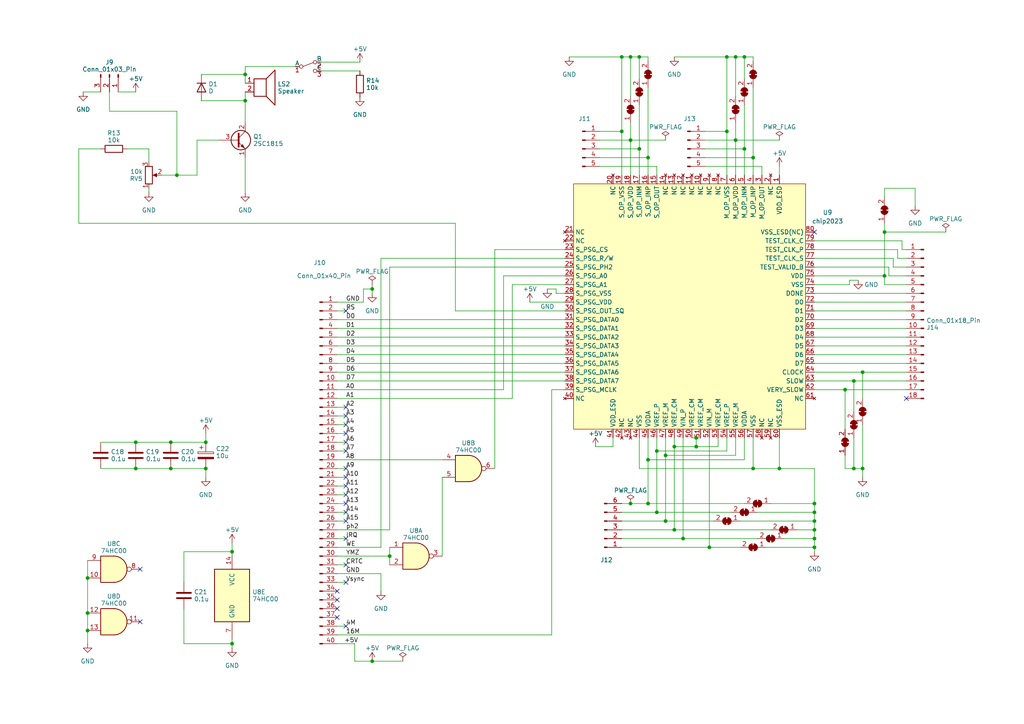
<source format=kicad_sch>
(kicad_sch (version 20250114) (generator "eeschema") (generator_version "9.0")
  (paper "A4")
  (lib_symbols
    (symbol "74xx:74HC00" (pin_names (offset 1.016))
      (property "Reference" "U" (at 0 1.27 0))
      (property "Value" "74HC00" (at 0 -1.27 0))
      (symbol "74HC00_1_1"
        (pin input line (at -7.62 2.54 0) (length 3.81) (name "~") (number "1"))
        (pin input line (at -7.62 -2.54 0) (length 3.81) (name "~") (number "2"))
        (pin output inverted (at 7.62 0 180) (length 3.81) (name "~") (number "3"))
      )
      (symbol "74HC00_1_2"
        (pin input inverted (at -7.62 2.54 0) (length 4.318) (name "~") (number "1"))
        (pin input inverted (at -7.62 -2.54 0) (length 4.318) (name "~") (number "2"))
        (pin output line (at 7.62 0 180) (length 3.81) (name "~") (number "3"))
      )
      (symbol "74HC00_2_1"
        (pin input line (at -7.62 2.54 0) (length 3.81) (name "~") (number "4"))
        (pin input line (at -7.62 -2.54 0) (length 3.81) (name "~") (number "5"))
        (pin output inverted (at 7.62 0 180) (length 3.81) (name "~") (number "6"))
      )
      (symbol "74HC00_2_2"
        (pin input inverted (at -7.62 2.54 0) (length 4.318) (name "~") (number "4"))
        (pin input inverted (at -7.62 -2.54 0) (length 4.318) (name "~") (number "5"))
        (pin output line (at 7.62 0 180) (length 3.81) (name "~") (number "6"))
      )
      (symbol "74HC00_3_1"
        (pin input line (at -7.62 2.54 0) (length 3.81) (name "~") (number "9"))
        (pin input line (at -7.62 -2.54 0) (length 3.81) (name "~") (number "10"))
        (pin output inverted (at 7.62 0 180) (length 3.81) (name "~") (number "8"))
      )
      (symbol "74HC00_3_2"
        (pin input inverted (at -7.62 2.54 0) (length 4.318) (name "~") (number "9"))
        (pin input inverted (at -7.62 -2.54 0) (length 4.318) (name "~") (number "10"))
        (pin output line (at 7.62 0 180) (length 3.81) (name "~") (number "8"))
      )
      (symbol "74HC00_4_1"
        (pin input line (at -7.62 2.54 0) (length 3.81) (name "~") (number "12"))
        (pin input line (at -7.62 -2.54 0) (length 3.81) (name "~") (number "13"))
        (pin output inverted (at 7.62 0 180) (length 3.81) (name "~") (number "11"))
      )
      (symbol "74HC00_4_2"
        (pin input inverted (at -7.62 2.54 0) (length 4.318) (name "~") (number "12"))
        (pin input inverted (at -7.62 -2.54 0) (length 4.318) (name "~") (number "13"))
        (pin output line (at 7.62 0 180) (length 3.81) (name "~") (number "11"))
      )
      (symbol "74HC00_5_0"
        (pin power_in line (at 0 12.7 270) (length 5.08) (name "VCC") (number "14"))
        (pin power_in line (at 0 -12.7 90) (length 5.08) (name "GND") (number "7"))
      )
    )
    (symbol "Connector:Conn_01x03_Pin" (pin_names (offset 1.016) (hide yes))
      (property "Reference" "J" (at 0 5.08 0))
      (property "Value" "Conn_01x03_Pin" (at 0 -5.08 0))
      (symbol "Conn_01x03_Pin_1_1"
        (pin passive line (at 5.08 2.54 180) (length 3.81) (name "Pin_1") (number "1"))
        (pin passive line (at 5.08 0 180) (length 3.81) (name "Pin_2") (number "2"))
        (pin passive line (at 5.08 -2.54 180) (length 3.81) (name "Pin_3") (number "3"))
      )
    )
    (symbol "Connector:Conn_01x05_Pin" (pin_names (offset 1.016) (hide yes))
      (property "Reference" "J" (at 0 7.62 0))
      (property "Value" "Conn_01x05_Pin" (at 0 -7.62 0))
      (symbol "Conn_01x05_Pin_1_1"
        (pin passive line (at 5.08 5.08 180) (length 3.81) (name "Pin_1") (number "1"))
        (pin passive line (at 5.08 2.54 180) (length 3.81) (name "Pin_2") (number "2"))
        (pin passive line (at 5.08 0 180) (length 3.81) (name "Pin_3") (number "3"))
        (pin passive line (at 5.08 -2.54 180) (length 3.81) (name "Pin_4") (number "4"))
        (pin passive line (at 5.08 -5.08 180) (length 3.81) (name "Pin_5") (number "5"))
      )
    )
    (symbol "Connector:Conn_01x06_Pin" (pin_names (offset 1.016) (hide yes))
      (property "Reference" "J" (at 0 7.62 0))
      (property "Value" "Conn_01x06_Pin" (at 0 -10.16 0))
      (symbol "Conn_01x06_Pin_1_1"
        (pin passive line (at 5.08 5.08 180) (length 3.81) (name "Pin_1") (number "1"))
        (pin passive line (at 5.08 2.54 180) (length 3.81) (name "Pin_2") (number "2"))
        (pin passive line (at 5.08 0 180) (length 3.81) (name "Pin_3") (number "3"))
        (pin passive line (at 5.08 -2.54 180) (length 3.81) (name "Pin_4") (number "4"))
        (pin passive line (at 5.08 -5.08 180) (length 3.81) (name "Pin_5") (number "5"))
        (pin passive line (at 5.08 -7.62 180) (length 3.81) (name "Pin_6") (number "6"))
      )
    )
    (symbol "Connector:Conn_01x18_Pin" (pin_names (offset 1.016) (hide yes))
      (property "Reference" "J" (at 0 22.86 0))
      (property "Value" "Conn_01x18_Pin" (at 0 -25.4 0))
      (symbol "Conn_01x18_Pin_1_1"
        (pin passive line (at 5.08 20.32 180) (length 3.81) (name "Pin_1") (number "1"))
        (pin passive line (at 5.08 17.78 180) (length 3.81) (name "Pin_2") (number "2"))
        (pin passive line (at 5.08 15.24 180) (length 3.81) (name "Pin_3") (number "3"))
        (pin passive line (at 5.08 12.7 180) (length 3.81) (name "Pin_4") (number "4"))
        (pin passive line (at 5.08 10.16 180) (length 3.81) (name "Pin_5") (number "5"))
        (pin passive line (at 5.08 7.62 180) (length 3.81) (name "Pin_6") (number "6"))
        (pin passive line (at 5.08 5.08 180) (length 3.81) (name "Pin_7") (number "7"))
        (pin passive line (at 5.08 2.54 180) (length 3.81) (name "Pin_8") (number "8"))
        (pin passive line (at 5.08 0 180) (length 3.81) (name "Pin_9") (number "9"))
        (pin passive line (at 5.08 -2.54 180) (length 3.81) (name "Pin_10") (number "10"))
        (pin passive line (at 5.08 -5.08 180) (length 3.81) (name "Pin_11") (number "11"))
        (pin passive line (at 5.08 -7.62 180) (length 3.81) (name "Pin_12") (number "12"))
        (pin passive line (at 5.08 -10.16 180) (length 3.81) (name "Pin_13") (number "13"))
        (pin passive line (at 5.08 -12.7 180) (length 3.81) (name "Pin_14") (number "14"))
        (pin passive line (at 5.08 -15.24 180) (length 3.81) (name "Pin_15") (number "15"))
        (pin passive line (at 5.08 -17.78 180) (length 3.81) (name "Pin_16") (number "16"))
        (pin passive line (at 5.08 -20.32 180) (length 3.81) (name "Pin_17") (number "17"))
        (pin passive line (at 5.08 -22.86 180) (length 3.81) (name "Pin_18") (number "18"))
      )
    )
    (symbol "Connector:Conn_01x40_Pin" (pin_names (offset 1.016) (hide yes))
      (property "Reference" "J" (at 0 50.8 0))
      (property "Value" "Conn_01x40_Pin" (at 0 -53.34 0))
      (symbol "Conn_01x40_Pin_1_1"
        (pin passive line (at 5.08 48.26 180) (length 3.81) (name "Pin_1") (number "1"))
        (pin passive line (at 5.08 45.72 180) (length 3.81) (name "Pin_2") (number "2"))
        (pin passive line (at 5.08 43.18 180) (length 3.81) (name "Pin_3") (number "3"))
        (pin passive line (at 5.08 40.64 180) (length 3.81) (name "Pin_4") (number "4"))
        (pin passive line (at 5.08 38.1 180) (length 3.81) (name "Pin_5") (number "5"))
        (pin passive line (at 5.08 35.56 180) (length 3.81) (name "Pin_6") (number "6"))
        (pin passive line (at 5.08 33.02 180) (length 3.81) (name "Pin_7") (number "7"))
        (pin passive line (at 5.08 30.48 180) (length 3.81) (name "Pin_8") (number "8"))
        (pin passive line (at 5.08 27.94 180) (length 3.81) (name "Pin_9") (number "9"))
        (pin passive line (at 5.08 25.4 180) (length 3.81) (name "Pin_10") (number "10"))
        (pin passive line (at 5.08 22.86 180) (length 3.81) (name "Pin_11") (number "11"))
        (pin passive line (at 5.08 20.32 180) (length 3.81) (name "Pin_12") (number "12"))
        (pin passive line (at 5.08 17.78 180) (length 3.81) (name "Pin_13") (number "13"))
        (pin passive line (at 5.08 15.24 180) (length 3.81) (name "Pin_14") (number "14"))
        (pin passive line (at 5.08 12.7 180) (length 3.81) (name "Pin_15") (number "15"))
        (pin passive line (at 5.08 10.16 180) (length 3.81) (name "Pin_16") (number "16"))
        (pin passive line (at 5.08 7.62 180) (length 3.81) (name "Pin_17") (number "17"))
        (pin passive line (at 5.08 5.08 180) (length 3.81) (name "Pin_18") (number "18"))
        (pin passive line (at 5.08 2.54 180) (length 3.81) (name "Pin_19") (number "19"))
        (pin passive line (at 5.08 0 180) (length 3.81) (name "Pin_20") (number "20"))
        (pin passive line (at 5.08 -2.54 180) (length 3.81) (name "Pin_21") (number "21"))
        (pin passive line (at 5.08 -5.08 180) (length 3.81) (name "Pin_22") (number "22"))
        (pin passive line (at 5.08 -7.62 180) (length 3.81) (name "Pin_23") (number "23"))
        (pin passive line (at 5.08 -10.16 180) (length 3.81) (name "Pin_24") (number "24"))
        (pin passive line (at 5.08 -12.7 180) (length 3.81) (name "Pin_25") (number "25"))
        (pin passive line (at 5.08 -15.24 180) (length 3.81) (name "Pin_26") (number "26"))
        (pin passive line (at 5.08 -17.78 180) (length 3.81) (name "Pin_27") (number "27"))
        (pin passive line (at 5.08 -20.32 180) (length 3.81) (name "Pin_28") (number "28"))
        (pin passive line (at 5.08 -22.86 180) (length 3.81) (name "Pin_29") (number "29"))
        (pin passive line (at 5.08 -25.4 180) (length 3.81) (name "Pin_30") (number "30"))
        (pin passive line (at 5.08 -27.94 180) (length 3.81) (name "Pin_31") (number "31"))
        (pin passive line (at 5.08 -30.48 180) (length 3.81) (name "Pin_32") (number "32"))
        (pin passive line (at 5.08 -33.02 180) (length 3.81) (name "Pin_33") (number "33"))
        (pin passive line (at 5.08 -35.56 180) (length 3.81) (name "Pin_34") (number "34"))
        (pin passive line (at 5.08 -38.1 180) (length 3.81) (name "Pin_35") (number "35"))
        (pin passive line (at 5.08 -40.64 180) (length 3.81) (name "Pin_36") (number "36"))
        (pin passive line (at 5.08 -43.18 180) (length 3.81) (name "Pin_37") (number "37"))
        (pin passive line (at 5.08 -45.72 180) (length 3.81) (name "Pin_38") (number "38"))
        (pin passive line (at 5.08 -48.26 180) (length 3.81) (name "Pin_39") (number "39"))
        (pin passive line (at 5.08 -50.8 180) (length 3.81) (name "Pin_40") (number "40"))
      )
    )
    (symbol "Device:C" (pin_numbers (hide yes)) (pin_names (offset 0.254))
      (property "Reference" "C" (at 0.635 2.54 0))
      (property "Value" "C" (at 0.635 -2.54 0))
      (symbol "C_1_1"
        (pin passive line (at 0 3.81 270) (length 2.794) (name "~") (number "1"))
        (pin passive line (at 0 -3.81 90) (length 2.794) (name "~") (number "2"))
      )
    )
    (symbol "Device:C_Polarized" (pin_numbers (hide yes)) (pin_names (offset 0.254))
      (property "Reference" "C" (at 0.635 2.54 0))
      (property "Value" "C_Polarized" (at 0.635 -2.54 0))
      (symbol "C_Polarized_1_1"
        (pin passive line (at 0 3.81 270) (length 2.794) (name "~") (number "1"))
        (pin passive line (at 0 -3.81 90) (length 2.794) (name "~") (number "2"))
      )
    )
    (symbol "Device:D" (pin_numbers (hide yes)) (pin_names (offset 1.016) (hide yes))
      (property "Reference" "D" (at 0 2.54 0))
      (property "Value" "D" (at 0 -2.54 0))
      (symbol "D_1_1"
        (pin passive line (at -3.81 0 0) (length 2.54) (name "K") (number "1"))
        (pin passive line (at 3.81 0 180) (length 2.54) (name "A") (number "2"))
      )
    )
    (symbol "Device:R" (pin_numbers (hide yes)) (pin_names (offset 0))
      (property "Reference" "R" (at 2.032 0 90))
      (property "Value" "R" (at 0 0 90))
      (symbol "R_1_1"
        (pin passive line (at 0 3.81 270) (length 1.27) (name "~") (number "1"))
        (pin passive line (at 0 -3.81 90) (length 1.27) (name "~") (number "2"))
      )
    )
    (symbol "Device:R_Potentiometer" (pin_names (offset 1.016) (hide yes))
      (property "Reference" "RV" (at -4.445 0 90))
      (property "Value" "R_Potentiometer" (at -2.54 0 90))
      (symbol "R_Potentiometer_1_1"
        (pin passive line (at 0 3.81 270) (length 1.27) (name "1") (number "1"))
        (pin passive line (at 0 -3.81 90) (length 1.27) (name "3") (number "3"))
        (pin passive line (at 3.81 0 180) (length 1.27) (name "2") (number "2"))
      )
    )
    (symbol "Device:Speaker" (pin_names (offset 0) (hide yes))
      (property "Reference" "LS" (at 1.27 5.715 0))
      (property "Value" "Speaker" (at 1.27 3.81 0))
      (symbol "Speaker_1_1"
        (pin input line (at -5.08 0 0) (length 2.54) (name "1") (number "1"))
        (pin input line (at -5.08 -2.54 0) (length 2.54) (name "2") (number "2"))
      )
    )
    (symbol "Drafting_Symbols:SW_SPDT" (pin_names (offset 0))
      (symbol "SW_SPDT_1_1"
        (pin passive line (at -3.81 0 0) (length 1.25) (name "A") (number "1"))
        (pin passive line (at 3.81 1.27 180) (length 1.25) (name "B") (number "2"))
        (pin passive line (at 3.81 -1.27 180) (length 1.25) (name "C") (number "3"))
      )
    )
    (symbol "Jumper:SolderJumper_2_Bridged" (pin_names (offset 0) (hide yes))
      (property "Reference" "JP" (at 0 2.032 0))
      (property "Value" "SolderJumper_2_Bridged" (at 0 -2.54 0))
      (symbol "SolderJumper_2_Bridged_1_1"
        (pin passive line (at -3.81 0 0) (length 2.54) (name "A") (number "1"))
        (pin passive line (at 3.81 0 180) (length 2.54) (name "B") (number "2"))
      )
    )
    (symbol "Transistor_BJT:2SC1815" (pin_names (offset 0) (hide yes))
      (property "Reference" "Q" (at 5.08 1.905 0))
      (property "Value" "2SC1815" (at 5.08 0 0))
      (symbol "2SC1815_1_1"
        (pin input line (at -5.08 0 0) (length 5.08) (name "B") (number "3"))
        (pin passive line (at 2.54 5.08 270) (length 2.54) (name "C") (number "2"))
        (pin passive line (at 2.54 -5.08 90) (length 2.54) (name "E") (number "1"))
      )
    )
    (symbol "chip2023:chip2023"
      (property "Reference" "U" (at 0 0 0))
      (property "Value" "chip2023" (at 0 0 0))
      (symbol "chip2023_1_1"
        (pin power_in line (at -68.58 -5.08 0) (length 2.54) (name "VDD_ESD") (number "1"))
        (pin no_connect line (at -68.58 -7.62 0) (length 2.54) (name "NC") (number "2"))
        (pin output line (at -68.58 -10.16 0) (length 2.54) (name "M_OP_OUT") (number "3"))
        (pin input line (at -68.58 -12.7 0) (length 2.54) (name "M_OP_INP") (number "4"))
        (pin input line (at -68.58 -15.24 0) (length 2.54) (name "M_OP_INM") (number "5"))
        (pin power_in line (at -68.58 -17.78 0) (length 2.54) (name "M_OP_VDD") (number "6"))
        (pin power_in line (at -68.58 -20.32 0) (length 2.54) (name "M_OP_VSS") (number "7"))
        (pin no_connect line (at -68.58 -22.86 0) (length 2.54) (name "NC") (number "8"))
        (pin no_connect line (at -68.58 -25.4 0) (length 2.54) (name "NC") (number "9"))
        (pin no_connect line (at -68.58 -27.94 0) (length 2.54) (name "NC") (number "10"))
        (pin no_connect line (at -68.58 -30.48 0) (length 2.54) (name "NC") (number "11"))
        (pin no_connect line (at -68.58 -33.02 0) (length 2.54) (name "NC") (number "12"))
        (pin no_connect line (at -68.58 -35.56 0) (length 2.54) (name "NC") (number "13"))
        (pin no_connect line (at -68.58 -38.1 0) (length 2.54) (name "NC") (number "14"))
        (pin output line (at -68.58 -40.64 0) (length 2.54) (name "S_OP_OUT") (number "15"))
        (pin input line (at -68.58 -43.18 0) (length 2.54) (name "S_OP_INP") (number "16"))
        (pin input line (at -68.58 -45.72 0) (length 2.54) (name "S_OP_INM") (number "17"))
        (pin power_in line (at -68.58 -48.26 0) (length 2.54) (name "S_OP_VDD") (number "18"))
        (pin power_in line (at -68.58 -50.8 0) (length 2.54) (name "S_OP_VSS") (number "19"))
        (pin no_connect line (at -68.58 -53.34 0) (length 2.54) (name "NC") (number "20"))
        (pin power_in line (at -52.07 5.08 270) (length 2.54) (name "VSS_ESD(NC)") (number "80"))
        (pin no_connect line (at -52.07 -67.31 90) (length 2.54) (name "NC") (number "21"))
        (pin output line (at -49.53 5.08 270) (length 2.54) (name "TEST_CLK_C") (number "79"))
        (pin no_connect line (at -49.53 -67.31 90) (length 2.54) (name "NC") (number "22"))
        (pin output line (at -46.99 5.08 270) (length 2.54) (name "TEST_CLK_P") (number "78"))
        (pin input line (at -46.99 -67.31 90) (length 2.54) (name "S_PSG_CS") (number "23"))
        (pin output line (at -44.45 5.08 270) (length 2.54) (name "TEST_CLK_S") (number "77"))
        (pin input line (at -44.45 -67.31 90) (length 2.54) (name "S_PSG_R/W") (number "24"))
        (pin output line (at -41.91 5.08 270) (length 2.54) (name "TEST_VALID_B") (number "76"))
        (pin input line (at -41.91 -67.31 90) (length 2.54) (name "S_PSG_PH2") (number "25"))
        (pin power_in line (at -39.37 5.08 270) (length 2.54) (name "VDD") (number "75"))
        (pin input line (at -39.37 -67.31 90) (length 2.54) (name "S_PSG_A0") (number "26"))
        (pin power_in line (at -36.83 5.08 270) (length 2.54) (name "VSS") (number "74"))
        (pin input line (at -36.83 -67.31 90) (length 2.54) (name "S_PSG_A1") (number "27"))
        (pin output line (at -34.29 5.08 270) (length 2.54) (name "DONE") (number "73"))
        (pin input line (at -34.29 -67.31 90) (length 2.54) (name "S_PSG_VSS") (number "28"))
        (pin output line (at -31.75 5.08 270) (length 2.54) (name "D0") (number "72"))
        (pin input line (at -31.75 -67.31 90) (length 2.54) (name "S_PSG_VDD") (number "29"))
        (pin output line (at -29.21 5.08 270) (length 2.54) (name "D1") (number "71"))
        (pin input line (at -29.21 -67.31 90) (length 2.54) (name "S_PSG_OUT_SQ") (number "30"))
        (pin output line (at -26.67 5.08 270) (length 2.54) (name "D2") (number "70"))
        (pin input line (at -26.67 -67.31 90) (length 2.54) (name "S_PSG_DATA0") (number "31"))
        (pin output line (at -24.13 5.08 270) (length 2.54) (name "D3") (number "69"))
        (pin input line (at -24.13 -67.31 90) (length 2.54) (name "S_PSG_DATA1") (number "32"))
        (pin output line (at -21.59 5.08 270) (length 2.54) (name "D4") (number "68"))
        (pin input line (at -21.59 -67.31 90) (length 2.54) (name "S_PSG_DATA2") (number "33"))
        (pin output line (at -19.05 5.08 270) (length 2.54) (name "D5") (number "67"))
        (pin input line (at -19.05 -67.31 90) (length 2.54) (name "S_PSG_DATA3") (number "34"))
        (pin output line (at -16.51 5.08 270) (length 2.54) (name "D6") (number "66"))
        (pin input line (at -16.51 -67.31 90) (length 2.54) (name "S_PSG_DATA4") (number "35"))
        (pin output line (at -13.97 5.08 270) (length 2.54) (name "D7") (number "65"))
        (pin input line (at -13.97 -67.31 90) (length 2.54) (name "S_PSG_DATA5") (number "36"))
        (pin input line (at -11.43 5.08 270) (length 2.54) (name "CLOCK") (number "64"))
        (pin input line (at -11.43 -67.31 90) (length 2.54) (name "S_PSG_DATA6") (number "37"))
        (pin input line (at -8.89 5.08 270) (length 2.54) (name "SLOW") (number "63"))
        (pin input line (at -8.89 -67.31 90) (length 2.54) (name "S_PSG_DATA7") (number "38"))
        (pin input line (at -6.35 5.08 270) (length 2.54) (name "VERY_SLOW") (number "62"))
        (pin input line (at -6.35 -67.31 90) (length 2.54) (name "S_PSG_MCLK") (number "39"))
        (pin no_connect line (at -3.81 5.08 270) (length 2.54) (name "NC") (number "61"))
        (pin no_connect line (at -3.81 -67.31 90) (length 2.54) (name "NC") (number "40"))
        (pin power_in line (at 7.62 -5.08 180) (length 2.54) (name "VSS_ESD") (number "60"))
        (pin no_connect line (at 7.62 -7.62 180) (length 2.54) (name "NC") (number "59"))
        (pin no_connect line (at 7.62 -10.16 180) (length 2.54) (name "NC") (number "58"))
        (pin power_in line (at 7.62 -12.7 180) (length 2.54) (name "VSS") (number "57"))
        (pin power_in line (at 7.62 -15.24 180) (length 2.54) (name "VDDA") (number "56"))
        (pin input line (at 7.62 -17.78 180) (length 2.54) (name "VREF_M") (number "55"))
        (pin input line (at 7.62 -20.32 180) (length 2.54) (name "VREF_P") (number "54"))
        (pin input line (at 7.62 -22.86 180) (length 2.54) (name "VREF_CM") (number "53"))
        (pin input line (at 7.62 -25.4 180) (length 2.54) (name "VIN_M") (number "52"))
        (pin input line (at 7.62 -27.94 180) (length 2.54) (name "VREF_CM") (number "51"))
        (pin input line (at 7.62 -30.48 180) (length 2.54) (name "VREF_CM") (number "50"))
        (pin input line (at 7.62 -33.02 180) (length 2.54) (name "VIN_P") (number "49"))
        (pin input line (at 7.62 -35.56 180) (length 2.54) (name "VREF_CM") (number "48"))
        (pin input line (at 7.62 -38.1 180) (length 2.54) (name "VREF_M") (number "47"))
        (pin input line (at 7.62 -40.64 180) (length 2.54) (name "VREF_P") (number "46"))
        (pin power_in line (at 7.62 -43.18 180) (length 2.54) (name "VDDA") (number "45"))
        (pin power_in line (at 7.62 -45.72 180) (length 2.54) (name "VSS") (number "44"))
        (pin no_connect line (at 7.62 -48.26 180) (length 2.54) (name "NC") (number "43"))
        (pin no_connect line (at 7.62 -50.8 180) (length 2.54) (name "NC") (number "42"))
        (pin power_in line (at 7.62 -53.34 180) (length 2.54) (name "VDD_ESD") (number "41"))
      )
    )
    (symbol "power:+5V" (power) (pin_names (offset 0))
      (property "Value" "+5V" (at 0 3.556 0))
      (symbol "+5V_1_1"
        (pin power_in line (at 0 0 90) (length 0) (hide yes) (name "+5V") (number "1"))
      )
    )
    (symbol "power:GND" (power) (pin_names (offset 0))
      (property "Value" "GND" (at 0 -3.81 0))
      (symbol "GND_1_1"
        (pin power_in line (at 0 0 270) (length 0) (hide yes) (name "GND") (number "1"))
      )
    )
    (symbol "power:PWR_FLAG" (power) (pin_numbers (hide yes)) (pin_names (offset 0) (hide yes))
      (property "Value" "PWR_FLAG" (at 0 3.81 0))
      (symbol "PWR_FLAG_0_0"
        (pin power_out line (at 0 0 90) (length 0) (name "pwr") (number "1"))
      )
    )
  )
  (junction (at 190.5 130.81))
  (junction (at 250.19 135.89))
  (junction (at 113.03 161.29))
  (junction (at 198.12 156.21))
  (junction (at 236.22 156.21))
  (junction (at 59.69 128.27))
  (junction (at 25.4 177.8))
  (junction (at 247.65 135.89))
  (junction (at 201.93 129.54))
  (junction (at 247.65 110.49))
  (junction (at 245.11 113.03))
  (junction (at 193.04 132.08))
  (junction (at 193.04 151.13))
  (junction (at 236.22 151.13))
  (junction (at 182.88 16.51))
  (junction (at 182.88 146.05))
  (junction (at 67.31 160.02))
  (junction (at 107.95 191.77))
  (junction (at 187.96 146.05))
  (junction (at 182.88 40.64))
  (junction (at 236.22 148.59))
  (junction (at 190.5 148.59))
  (junction (at 180.34 38.1))
  (junction (at 205.74 158.75))
  (junction (at 187.96 133.35))
  (junction (at 250.19 107.95))
  (junction (at 180.34 16.51))
  (junction (at 49.53 128.27))
  (junction (at 256.54 67.31))
  (junction (at 59.69 135.89))
  (junction (at 71.12 21.59))
  (junction (at 195.58 129.54))
  (junction (at 210.82 16.51))
  (junction (at 236.22 158.75))
  (junction (at 25.4 182.88))
  (junction (at 256.54 80.01))
  (junction (at 201.93 127))
  (junction (at 215.9 43.18))
  (junction (at 210.82 38.1))
  (junction (at 187.96 45.72))
  (junction (at 213.36 16.51))
  (junction (at 218.44 135.89))
  (junction (at 49.53 135.89))
  (junction (at 39.37 135.89))
  (junction (at 215.9 16.51))
  (junction (at 213.36 40.64))
  (junction (at 236.22 153.67))
  (junction (at 185.42 16.51))
  (junction (at 218.44 45.72))
  (junction (at 67.31 186.69))
  (junction (at 39.37 128.27))
  (junction (at 195.58 153.67))
  (junction (at 51.308 50.8))
  (junction (at 25.4 167.64))
  (junction (at 226.06 135.89))
  (junction (at 236.22 146.05))
  (junction (at 185.42 43.18))
  (junction (at 107.95 83.82))
  (junction (at 71.12 29.21))
  (no_connect (at 97.79 176.53))
  (no_connect (at 100.33 118.11))
  (no_connect (at 100.33 120.65))
  (no_connect (at 100.33 138.43))
  (no_connect (at 97.79 179.07))
  (no_connect (at 262.89 115.57))
  (no_connect (at 100.33 140.97))
  (no_connect (at 97.79 173.99))
  (no_connect (at 97.79 171.45))
  (no_connect (at 100.33 148.59))
  (no_connect (at 100.33 90.17))
  (no_connect (at 100.33 168.91))
  (no_connect (at 40.64 165.1))
  (no_connect (at 100.33 156.21))
  (no_connect (at 100.33 130.81))
  (no_connect (at 40.64 180.34))
  (no_connect (at 100.33 123.19))
  (no_connect (at 236.22 67.31))
  (no_connect (at 100.33 128.27))
  (no_connect (at 100.33 143.51))
  (no_connect (at 100.33 146.05))
  (no_connect (at 100.33 125.73))
  (no_connect (at 100.33 151.13))
  (no_connect (at 100.33 181.61))
  (no_connect (at 100.33 163.83))
  (no_connect (at 100.33 135.89))
  (wire (pts (xy 214.63 158.75) (xy 205.74 158.75)))
  (wire (pts (xy 187.96 45.72) (xy 187.96 50.8)))
  (wire (pts (xy 71.12 35.56) (xy 71.12 29.21)))
  (wire (pts (xy 97.79 113.03) (xy 146.05 113.03)))
  (wire (pts (xy 97.79 105.41) (xy 163.83 105.41)))
  (wire (pts (xy 257.81 77.47) (xy 236.22 77.47)))
  (wire (pts (xy 218.44 135.89) (xy 226.06 135.89)))
  (wire (pts (xy 97.79 118.11) (xy 100.33 118.11)))
  (wire (pts (xy 97.79 153.67) (xy 113.03 153.67)))
  (wire (pts (xy 247.65 110.49) (xy 262.89 110.49)))
  (wire (pts (xy 210.82 130.81) (xy 190.5 130.81)))
  (wire (pts (xy 182.88 16.51) (xy 182.88 27.94)))
  (wire (pts (xy 231.14 153.67) (xy 236.22 153.67)))
  (wire (pts (xy 25.4 167.64) (xy 25.4 177.8)))
  (wire (pts (xy 223.52 146.05) (xy 236.22 146.05)))
  (wire (pts (xy 187.96 133.35) (xy 215.9 133.35)))
  (wire (pts (xy 245.11 135.89) (xy 247.65 135.89)))
  (wire (pts (xy 256.54 67.31) (xy 256.54 80.01)))
  (wire (pts (xy 161.29 85.09) (xy 163.83 85.09)))
  (wire (pts (xy 250.19 135.89) (xy 250.19 138.43)))
  (wire (pts (xy 24.13 26.67) (xy 29.21 26.67)))
  (wire (pts (xy 180.34 158.75) (xy 205.74 158.75)))
  (wire (pts (xy 93.218 20.574) (xy 104.394 20.574)))
  (wire (pts (xy 97.79 107.95) (xy 163.83 107.95)))
  (wire (pts (xy 71.12 21.59) (xy 58.42 21.59)))
  (wire (pts (xy 22.86 64.77) (xy 132.08 64.77)))
  (wire (pts (xy 46.99 50.8) (xy 51.308 50.8)))
  (wire (pts (xy 265.43 54.61) (xy 265.43 59.69)))
  (wire (pts (xy 182.88 146.05) (xy 180.34 146.05)))
  (wire (pts (xy 97.79 92.71) (xy 163.83 92.71)))
  (wire (pts (xy 97.79 130.81) (xy 100.33 130.81)))
  (wire (pts (xy 215.9 146.05) (xy 187.96 146.05)))
  (wire (pts (xy 236.22 95.25) (xy 262.89 95.25)))
  (wire (pts (xy 110.49 74.93) (xy 110.49 158.75)))
  (wire (pts (xy 97.79 161.29) (xy 113.03 161.29)))
  (wire (pts (xy 105.41 83.82) (xy 107.95 83.82)))
  (wire (pts (xy 59.69 128.27) (xy 59.69 125.73)))
  (wire (pts (xy 36.83 43.18) (xy 43.18 43.18)))
  (wire (pts (xy 97.79 186.69) (xy 102.87 186.69)))
  (wire (pts (xy 236.22 100.33) (xy 262.89 100.33)))
  (wire (pts (xy 205.74 158.75) (xy 205.74 127)))
  (wire (pts (xy 97.79 133.35) (xy 128.27 133.35)))
  (wire (pts (xy 210.82 16.51) (xy 210.82 38.1)))
  (wire (pts (xy 261.62 72.39) (xy 262.89 72.39)))
  (wire (pts (xy 190.5 48.26) (xy 190.5 50.8)))
  (wire (pts (xy 236.22 85.09) (xy 262.89 85.09)))
  (wire (pts (xy 187.96 127) (xy 187.96 133.35)))
  (wire (pts (xy 256.54 57.15) (xy 256.54 54.61)))
  (wire (pts (xy 161.29 83.82) (xy 161.29 85.09)))
  (wire (pts (xy 193.04 132.08) (xy 213.36 132.08)))
  (wire (pts (xy 113.03 161.29) (xy 113.03 163.83)))
  (wire (pts (xy 193.04 127) (xy 193.04 132.08)))
  (wire (pts (xy 204.47 48.26) (xy 220.98 48.26)))
  (wire (pts (xy 97.79 168.91) (xy 100.33 168.91)))
  (wire (pts (xy 236.22 156.21) (xy 236.22 158.75)))
  (wire (pts (xy 212.09 148.59) (xy 190.5 148.59)))
  (wire (pts (xy 146.05 113.03) (xy 146.05 80.01)))
  (wire (pts (xy 204.47 45.72) (xy 218.44 45.72)))
  (wire (pts (xy 236.22 92.71) (xy 262.89 92.71)))
  (wire (pts (xy 173.99 48.26) (xy 190.5 48.26)))
  (wire (pts (xy 265.43 54.61) (xy 256.54 54.61)))
  (wire (pts (xy 236.22 97.79) (xy 262.89 97.79)))
  (wire (pts (xy 53.34 186.69) (xy 53.34 176.53)))
  (wire (pts (xy 261.62 69.85) (xy 236.22 69.85)))
  (wire (pts (xy 173.99 40.64) (xy 182.88 40.64)))
  (wire (pts (xy 97.79 140.97) (xy 100.33 140.97)))
  (wire (pts (xy 257.81 80.01) (xy 262.89 80.01)))
  (wire (pts (xy 210.82 127) (xy 210.82 130.81)))
  (wire (pts (xy 236.22 135.89) (xy 236.22 146.05)))
  (wire (pts (xy 210.82 16.51) (xy 213.36 16.51)))
  (wire (pts (xy 39.37 135.89) (xy 49.53 135.89)))
  (wire (pts (xy 218.44 45.72) (xy 218.44 50.8)))
  (wire (pts (xy 148.59 82.55) (xy 163.83 82.55)))
  (wire (pts (xy 113.03 77.47) (xy 163.83 77.47)))
  (wire (pts (xy 43.18 54.61) (xy 43.18 55.88)))
  (wire (pts (xy 250.19 115.57) (xy 250.19 107.95)))
  (wire (pts (xy 236.22 90.17) (xy 262.89 90.17)))
  (wire (pts (xy 97.79 156.21) (xy 100.33 156.21)))
  (wire (pts (xy 107.95 191.77) (xy 102.87 191.77)))
  (wire (pts (xy 195.58 129.54) (xy 195.58 153.67)))
  (wire (pts (xy 257.81 80.01) (xy 257.81 77.47)))
  (wire (pts (xy 71.12 19.304) (xy 85.598 19.304)))
  (wire (pts (xy 213.36 35.56) (xy 213.36 40.64)))
  (wire (pts (xy 204.47 38.1) (xy 210.82 38.1)))
  (wire (pts (xy 67.31 157.48) (xy 67.31 160.02)))
  (wire (pts (xy 256.54 82.55) (xy 256.54 80.01)))
  (wire (pts (xy 67.31 186.69) (xy 53.34 186.69)))
  (wire (pts (xy 97.79 138.43) (xy 100.33 138.43)))
  (wire (pts (xy 97.79 166.37) (xy 110.49 166.37)))
  (wire (pts (xy 49.53 128.27) (xy 59.69 128.27)))
  (wire (pts (xy 201.93 127) (xy 203.2 127)))
  (wire (pts (xy 29.21 128.27) (xy 39.37 128.27)))
  (wire (pts (xy 185.42 135.89) (xy 218.44 135.89)))
  (wire (pts (xy 71.12 45.72) (xy 71.12 55.88)))
  (wire (pts (xy 236.22 72.39) (xy 260.35 72.39)))
  (wire (pts (xy 57.15 50.8) (xy 57.15 40.64)))
  (wire (pts (xy 210.82 38.1) (xy 210.82 50.8)))
  (wire (pts (xy 215.9 16.51) (xy 218.44 16.51)))
  (wire (pts (xy 226.06 135.89) (xy 236.22 135.89)))
  (wire (pts (xy 153.67 87.63) (xy 163.83 87.63)))
  (wire (pts (xy 190.5 130.81) (xy 190.5 148.59)))
  (wire (pts (xy 245.11 132.08) (xy 245.11 135.89)))
  (wire (pts (xy 93.218 18.034) (xy 104.394 18.034)))
  (wire (pts (xy 215.9 43.18) (xy 215.9 50.8)))
  (wire (pts (xy 219.71 156.21) (xy 198.12 156.21)))
  (wire (pts (xy 259.08 77.47) (xy 262.89 77.47)))
  (wire (pts (xy 250.19 123.19) (xy 250.19 135.89)))
  (wire (pts (xy 207.01 151.13) (xy 193.04 151.13)))
  (wire (pts (xy 22.86 43.18) (xy 22.86 64.77)))
  (wire (pts (xy 49.53 135.89) (xy 59.69 135.89)))
  (wire (pts (xy 182.88 16.51) (xy 185.42 16.51)))
  (wire (pts (xy 51.308 50.8) (xy 57.15 50.8)))
  (wire (pts (xy 173.99 45.72) (xy 187.96 45.72)))
  (wire (pts (xy 210.82 16.51) (xy 195.58 16.51)))
  (wire (pts (xy 97.79 87.63) (xy 105.41 87.63)))
  (wire (pts (xy 190.5 127) (xy 190.5 130.81)))
  (wire (pts (xy 236.22 146.05) (xy 236.22 148.59)))
  (wire (pts (xy 185.42 30.48) (xy 185.42 43.18)))
  (wire (pts (xy 113.03 153.67) (xy 113.03 77.47)))
  (wire (pts (xy 160.02 184.15) (xy 160.02 113.03)))
  (wire (pts (xy 97.79 120.65) (xy 100.33 120.65)))
  (wire (pts (xy 97.79 123.19) (xy 100.33 123.19)))
  (wire (pts (xy 173.99 38.1) (xy 180.34 38.1)))
  (wire (pts (xy 71.12 24.13) (xy 71.12 21.59)))
  (wire (pts (xy 25.4 177.8) (xy 25.4 182.88)))
  (wire (pts (xy 247.65 127) (xy 247.65 135.89)))
  (wire (pts (xy 97.79 102.87) (xy 163.83 102.87)))
  (wire (pts (xy 97.79 128.27) (xy 100.33 128.27)))
  (wire (pts (xy 227.33 156.21) (xy 236.22 156.21)))
  (wire (pts (xy 213.36 16.51) (xy 213.36 27.94)))
  (wire (pts (xy 97.79 110.49) (xy 163.83 110.49)))
  (wire (pts (xy 71.12 19.304) (xy 71.12 21.59)))
  (wire (pts (xy 247.65 110.49) (xy 247.65 119.38)))
  (wire (pts (xy 31.75 32.258) (xy 51.308 32.258)))
  (wire (pts (xy 214.63 151.13) (xy 236.22 151.13)))
  (wire (pts (xy 102.87 191.77) (xy 102.87 186.69)))
  (wire (pts (xy 163.83 72.39) (xy 143.51 72.39)))
  (wire (pts (xy 187.96 133.35) (xy 187.96 146.05)))
  (wire (pts (xy 97.79 148.59) (xy 100.33 148.59)))
  (wire (pts (xy 236.22 113.03) (xy 245.11 113.03)))
  (wire (pts (xy 22.86 43.18) (xy 29.21 43.18)))
  (wire (pts (xy 208.28 129.54) (xy 208.28 127)))
  (wire (pts (xy 260.35 74.93) (xy 262.89 74.93)))
  (wire (pts (xy 67.31 160.02) (xy 53.34 160.02)))
  (wire (pts (xy 97.79 100.33) (xy 163.83 100.33)))
  (wire (pts (xy 31.75 26.67) (xy 31.75 32.258)))
  (wire (pts (xy 29.21 135.89) (xy 39.37 135.89)))
  (wire (pts (xy 236.22 158.75) (xy 236.22 160.02)))
  (wire (pts (xy 43.18 43.18) (xy 43.18 46.99)))
  (wire (pts (xy 132.08 64.77) (xy 132.08 90.17)))
  (wire (pts (xy 180.34 38.1) (xy 180.34 50.8)))
  (wire (pts (xy 236.22 87.63) (xy 262.89 87.63)))
  (wire (pts (xy 226.06 48.26) (xy 226.06 50.8)))
  (wire (pts (xy 198.12 127) (xy 198.12 156.21)))
  (wire (pts (xy 201.93 129.54) (xy 208.28 129.54)))
  (wire (pts (xy 97.79 143.51) (xy 100.33 143.51)))
  (wire (pts (xy 222.25 158.75) (xy 236.22 158.75)))
  (wire (pts (xy 67.31 187.96) (xy 67.31 186.69)))
  (wire (pts (xy 213.36 40.64) (xy 213.36 50.8)))
  (wire (pts (xy 132.08 90.17) (xy 163.83 90.17)))
  (wire (pts (xy 246.38 82.55) (xy 236.22 82.55)))
  (wire (pts (xy 97.79 181.61) (xy 100.33 181.61)))
  (wire (pts (xy 250.19 107.95) (xy 262.89 107.95)))
  (wire (pts (xy 163.83 74.93) (xy 110.49 74.93)))
  (wire (pts (xy 190.5 148.59) (xy 180.34 148.59)))
  (wire (pts (xy 97.79 115.57) (xy 148.59 115.57)))
  (wire (pts (xy 236.22 110.49) (xy 247.65 110.49)))
  (wire (pts (xy 256.54 64.77) (xy 256.54 67.31)))
  (wire (pts (xy 204.47 43.18) (xy 215.9 43.18)))
  (wire (pts (xy 245.11 113.03) (xy 262.89 113.03)))
  (wire (pts (xy 220.98 48.26) (xy 220.98 50.8)))
  (wire (pts (xy 187.96 16.51) (xy 187.96 17.78)))
  (wire (pts (xy 236.22 102.87) (xy 262.89 102.87)))
  (wire (pts (xy 25.4 162.56) (xy 25.4 167.64)))
  (wire (pts (xy 247.65 135.89) (xy 250.19 135.89)))
  (wire (pts (xy 158.75 83.82) (xy 161.29 83.82)))
  (wire (pts (xy 185.42 127) (xy 185.42 135.89)))
  (wire (pts (xy 218.44 25.4) (xy 218.44 45.72)))
  (wire (pts (xy 97.79 158.75) (xy 110.49 158.75)))
  (wire (pts (xy 180.34 16.51) (xy 180.34 38.1)))
  (wire (pts (xy 215.9 16.51) (xy 215.9 22.86)))
  (wire (pts (xy 256.54 67.31) (xy 274.32 67.31)))
  (wire (pts (xy 182.88 40.64) (xy 193.04 40.64)))
  (wire (pts (xy 185.42 43.18) (xy 185.42 50.8)))
  (wire (pts (xy 172.72 129.54) (xy 177.8 129.54)))
  (wire (pts (xy 187.96 25.4) (xy 187.96 45.72)))
  (wire (pts (xy 97.79 163.83) (xy 100.33 163.83)))
  (wire (pts (xy 236.22 80.01) (xy 256.54 80.01)))
  (wire (pts (xy 200.66 127) (xy 201.93 127)))
  (wire (pts (xy 39.37 128.27) (xy 49.53 128.27)))
  (wire (pts (xy 261.62 72.39) (xy 261.62 69.85)))
  (wire (pts (xy 180.34 151.13) (xy 193.04 151.13)))
  (wire (pts (xy 245.11 124.46) (xy 245.11 113.03)))
  (wire (pts (xy 213.36 40.64) (xy 226.06 40.64)))
  (wire (pts (xy 97.79 125.73) (xy 100.33 125.73)))
  (wire (pts (xy 218.44 16.51) (xy 218.44 17.78)))
  (wire (pts (xy 105.41 83.82) (xy 105.41 87.63)))
  (wire (pts (xy 223.52 153.67) (xy 195.58 153.67)))
  (wire (pts (xy 71.12 26.67) (xy 71.12 29.21)))
  (wire (pts (xy 259.08 74.93) (xy 236.22 74.93)))
  (wire (pts (xy 236.22 148.59) (xy 236.22 151.13)))
  (wire (pts (xy 97.79 135.89) (xy 100.33 135.89)))
  (wire (pts (xy 185.42 16.51) (xy 187.96 16.51)))
  (wire (pts (xy 180.34 16.51) (xy 165.1 16.51)))
  (wire (pts (xy 260.35 74.93) (xy 260.35 72.39)))
  (wire (pts (xy 201.93 127) (xy 201.93 129.54)))
  (wire (pts (xy 236.22 151.13) (xy 236.22 153.67)))
  (wire (pts (xy 236.22 107.95) (xy 250.19 107.95)))
  (wire (pts (xy 204.47 40.64) (xy 213.36 40.64)))
  (wire (pts (xy 53.34 160.02) (xy 53.34 168.91)))
  (wire (pts (xy 97.79 95.25) (xy 163.83 95.25)))
  (wire (pts (xy 226.06 127) (xy 226.06 135.89)))
  (wire (pts (xy 256.54 82.55) (xy 262.89 82.55)))
  (wire (pts (xy 67.31 185.42) (xy 67.31 186.69)))
  (wire (pts (xy 57.15 40.64) (xy 63.5 40.64)))
  (wire (pts (xy 180.34 153.67) (xy 195.58 153.67)))
  (wire (pts (xy 97.79 97.79) (xy 163.83 97.79)))
  (wire (pts (xy 59.69 135.89) (xy 59.69 138.43)))
  (wire (pts (xy 195.58 127) (xy 195.58 129.54)))
  (wire (pts (xy 246.38 81.28) (xy 248.92 81.28)))
  (wire (pts (xy 213.36 132.08) (xy 213.36 127)))
  (wire (pts (xy 58.42 29.21) (xy 71.12 29.21)))
  (wire (pts (xy 110.49 171.45) (xy 110.49 166.37)))
  (wire (pts (xy 148.59 115.57) (xy 148.59 82.55)))
  (wire (pts (xy 97.79 90.17) (xy 100.33 90.17)))
  (wire (pts (xy 177.8 129.54) (xy 177.8 127)))
  (wire (pts (xy 215.9 133.35) (xy 215.9 127)))
  (wire (pts (xy 215.9 30.48) (xy 215.9 43.18)))
  (wire (pts (xy 51.308 32.258) (xy 51.308 50.8)))
  (wire (pts (xy 143.51 72.39) (xy 143.51 135.89)))
  (wire (pts (xy 195.58 129.54) (xy 201.93 129.54)))
  (wire (pts (xy 107.95 83.82) (xy 107.95 85.09)))
  (wire (pts (xy 97.79 146.05) (xy 100.33 146.05)))
  (wire (pts (xy 25.4 182.88) (xy 25.4 186.69)))
  (wire (pts (xy 113.03 158.75) (xy 113.03 161.29)))
  (wire (pts (xy 173.99 43.18) (xy 185.42 43.18)))
  (wire (pts (xy 182.88 40.64) (xy 182.88 50.8)))
  (wire (pts (xy 180.34 156.21) (xy 198.12 156.21)))
  (wire (pts (xy 107.95 82.55) (xy 107.95 83.82)))
  (wire (pts (xy 107.95 191.77) (xy 116.84 191.77)))
  (wire (pts (xy 146.05 80.01) (xy 163.83 80.01)))
  (wire (pts (xy 187.96 146.05) (xy 182.88 146.05)))
  (wire (pts (xy 180.34 16.51) (xy 182.88 16.51)))
  (wire (pts (xy 236.22 105.41) (xy 262.89 105.41)))
  (wire (pts (xy 193.04 132.08) (xy 193.04 151.13)))
  (wire (pts (xy 160.02 113.03) (xy 163.83 113.03)))
  (wire (pts (xy 219.71 148.59) (xy 236.22 148.59)))
  (wire (pts (xy 213.36 16.51) (xy 215.9 16.51)))
  (wire (pts (xy 259.08 77.47) (xy 259.08 74.93)))
  (wire (pts (xy 182.88 35.56) (xy 182.88 40.64)))
  (wire (pts (xy 246.38 81.28) (xy 246.38 82.55)))
  (wire (pts (xy 34.29 26.67) (xy 39.37 26.67)))
  (wire (pts (xy 218.44 135.89) (xy 218.44 127)))
  (wire (pts (xy 236.22 153.67) (xy 236.22 156.21)))
  (wire (pts (xy 97.79 184.15) (xy 160.02 184.15)))
  (wire (pts (xy 185.42 16.51) (xy 185.42 22.86)))
  (wire (pts (xy 128.27 138.43) (xy 128.27 161.29)))
  (wire (pts (xy 97.79 151.13) (xy 100.33 151.13)))
  (label "A8" (at 100.33 133.35 0))
  (label "D6" (at 100.33 107.95 0))
  (label "4M" (at 100.33 181.61 0))
  (label "RS" (at 100.33 90.17 0))
  (label "A9" (at 100.33 135.89 0))
  (label "Vsync" (at 100.33 168.91 0))
  (label "YMZ" (at 100.33 161.29 0))
  (label "D4" (at 100.33 102.87 0))
  (label "D2" (at 100.33 97.79 0))
  (label "16M" (at 100.33 184.15 0))
  (label "A11" (at 100.33 140.97 0))
  (label "A10" (at 100.33 138.43 0))
  (label "A1" (at 100.33 115.57 0))
  (label "GND" (at 100.33 87.63 0))
  (label "A12" (at 100.33 143.51 0))
  (label "WE" (at 100.33 158.75 0))
  (label "A4" (at 100.33 123.19 0))
  (label "A7" (at 100.33 130.81 0))
  (label "A3" (at 100.33 120.65 0))
  (label "D3" (at 100.33 100.33 0))
  (label "D0" (at 100.33 92.71 0))
  (label "+5V" (at 99.822 186.69 0))
  (label "A15" (at 100.33 151.13 0))
  (label "A2" (at 100.33 118.11 0))
  (label "CRTC" (at 100.33 163.83 0))
  (label "A6" (at 100.33 128.27 0))
  (label "D1" (at 100.33 95.25 0))
  (label "A0" (at 100.33 113.03 0))
  (label "IRQ" (at 100.33 156.21 0))
  (label "GND" (at 100.33 166.37 0))
  (label "D5" (at 100.33 105.41 0))
  (label "A14" (at 100.33 148.59 0))
  (label "D7" (at 100.33 110.49 0))
  (label "A5" (at 100.33 125.73 0))
  (label "A13" (at 100.33 146.05 0))
  (label "ph2" (at 100.33 153.67 0))
  (symbol (lib_id "power:+5V") (at 226.06 48.26 0) (unit 1)
    (property "Reference" "#PWR083" (effects (hide yes)))
    (property "Value" "+5V" (at 226.06 44.45 0))
  )
  (symbol (lib_id "Jumper:SolderJumper_2_Bridged") (at 213.36 31.75 90) (unit 1)
    (property "Reference" "JP3" (effects (hide yes)))
    (property "Value" "SolderJumper_2_Bridged" (effects (hide yes)))
    (property "Footprint" "Jumper:SolderJumper-2_P1.3mm_Bridged2Bar_RoundedPad1.0x1.5mm" (effects (hide yes)))
  )
  (symbol (lib_id "Jumper:SolderJumper_2_Bridged") (at 215.9 148.59 0) (mirror y) (unit 1)
    (property "Reference" "JP11" (effects (hide yes)))
    (property "Value" "SolderJumper_2_Bridged" (effects (hide yes)))
    (property "Footprint" "Jumper:SolderJumper-2_P1.3mm_Bridged2Bar_RoundedPad1.0x1.5mm" (effects (hide yes)))
  )
  (symbol (lib_id "Jumper:SolderJumper_2_Bridged") (at 223.52 156.21 0) (mirror y) (unit 1)
    (property "Reference" "JP4" (effects (hide yes)))
    (property "Value" "SolderJumper_2_Bridged" (effects (hide yes)))
    (property "Footprint" "Jumper:SolderJumper-2_P1.3mm_Bridged2Bar_RoundedPad1.0x1.5mm" (effects (hide yes)))
  )
  (symbol (lib_id "Device:Speaker") (at 76.2 24.13 0) (unit 1)
    (property "Reference" "LS2" (at 80.518 24.376 0) (effects (justify left)))
    (property "Value" "Speaker" (at 80.518 26.424 0) (effects (justify left)))
    (property "Footprint" "Library:UGCT7525AN4" (effects (hide yes)))
  )
  (symbol (lib_id "power:GND") (at 24.13 26.67 0) (unit 1)
    (property "Reference" "#PWR064" (effects (hide yes)))
    (property "Value" "GND" (at 24.13 31.75 0))
  )
  (symbol (lib_id "Device:C") (at 39.37 132.08 0) (unit 1)
    (property "Reference" "C19" (at 42.291 131.056 0) (effects (justify left)))
    (property "Value" "0.1u" (at 42.291 133.104 0) (effects (justify left)))
    (property "Footprint" "Capacitor_SMD:C_0603_1608Metric_Pad1.08x0.95mm_HandSolder" (effects (hide yes)))
  )
  (symbol (lib_id "Jumper:SolderJumper_2_Bridged") (at 250.19 119.38 90) (unit 1)
    (property "Reference" "JP15" (effects (hide yes)))
    (property "Value" "SolderJumper_2_Bridged" (effects (hide yes)))
    (property "Footprint" "Jumper:SolderJumper-2_P1.3mm_Bridged2Bar_RoundedPad1.0x1.5mm" (effects (hide yes)))
  )
  (symbol (lib_id "power:GND") (at 236.22 160.02 0) (unit 1)
    (property "Reference" "#PWR084" (effects (hide yes)))
    (property "Value" "GND" (at 236.22 165.1 0))
  )
  (symbol (lib_id "power:GND") (at 107.95 85.09 0) (unit 1)
    (property "Reference" "#PWR075" (effects (hide yes)))
    (property "Value" "GND" (at 107.95 90.17 0))
  )
  (symbol (lib_id "power:+5V") (at 104.394 18.034 0) (unit 1)
    (property "Reference" "#PWR073" (effects (hide yes)))
    (property "Value" "+5V" (at 104.394 14.224 0))
  )
  (symbol (lib_id "74xx:74HC00") (at 135.89 135.89 0) (unit 2)
    (property "Reference" "U8" (at 135.8817 128.5 0))
    (property "Value" "74HC00" (at 135.8817 130.548 0))
    (property "Footprint" "Package_DIP:DIP-14_W7.62mm_Socket_LongPads" (effects (hide yes)))
    (property "Datasheet" "http://www.ti.com/lit/gpn/sn74hc00" (effects (hide yes)))
  )
  (symbol (lib_id "power:PWR_FLAG") (at 274.32 67.31 0) (unit 1)
    (property "Reference" "#FLG04" (effects (hide yes)))
    (property "Value" "PWR_FLAG" (at 274.32 63.5 0))
  )
  (symbol (lib_id "power:GND") (at 59.69 138.43 0) (unit 1)
    (property "Reference" "#PWR069" (effects (hide yes)))
    (property "Value" "GND" (at 59.69 143.51 0))
  )
  (symbol (lib_id "power:GND") (at 250.19 138.43 0) (unit 1)
    (property "Reference" "#PWR086" (effects (hide yes)))
    (property "Value" "GND" (at 250.19 143.51 0))
  )
  (symbol (lib_id "power:GND") (at 25.4 186.69 0) (unit 1)
    (property "Reference" "#PWR065" (effects (hide yes)))
    (property "Value" "GND" (at 25.4 191.77 0))
  )
  (symbol (lib_id "Device:R") (at 104.394 24.384 180) (unit 1)
    (property "Reference" "R14" (at 106.172 23.36 0) (effects (justify right)))
    (property "Value" "10k" (at 106.172 25.408 0) (effects (justify right)))
    (property "Footprint" "Resistor_THT:R_Axial_DIN0207_L6.3mm_D2.5mm_P7.62mm_Horizontal" (effects (hide yes)))
  )
  (symbol (lib_id "power:+5V") (at 107.95 191.77 0) (unit 1)
    (property "Reference" "#PWR076" (effects (hide yes)))
    (property "Value" "+5V" (at 107.95 187.96 0))
  )
  (symbol (lib_id "power:GND") (at 248.92 81.28 0) (unit 1)
    (property "Reference" "#PWR085" (effects (hide yes)))
    (property "Value" "GND" (at 252.73 82.55 0))
  )
  (symbol (lib_id "Connector:Conn_01x40_Pin") (at 92.71 135.89 0) (unit 1)
    (property "Reference" "J10" (at 92.71 76.2 0))
    (property "Value" "Conn_01x40_Pin" (at 93.98 80.01 0))
    (property "Footprint" "Connector_PinHeader_2.54mm:PinHeader_2x20_P2.54mm_Horizontal" (effects (hide yes)))
  )
  (symbol (lib_id "Connector:Conn_01x05_Pin") (at 168.91 43.18 0) (unit 1)
    (property "Reference" "J11" (at 169.545 34.4438 0))
    (property "Value" "Conn_01x05_Pin" (effects (hide yes)))
    (property "Footprint" "Connector_PinHeader_2.54mm:PinHeader_1x05_P2.54mm_Horizontal" (effects (hide yes)))
  )
  (symbol (lib_id "Jumper:SolderJumper_2_Bridged") (at 245.11 128.27 90) (unit 1)
    (property "Reference" "JP13" (effects (hide yes)))
    (property "Value" "SolderJumper_2_Bridged" (effects (hide yes)))
    (property "Footprint" "Jumper:SolderJumper-2_P1.3mm_Bridged2Bar_RoundedPad1.0x1.5mm" (effects (hide yes)))
  )
  (symbol (lib_id "power:GND") (at 195.58 16.51 0) (unit 1)
    (property "Reference" "#PWR082" (effects (hide yes)))
    (property "Value" "GND" (at 195.58 21.59 0))
  )
  (symbol (lib_id "power:GND") (at 104.394 28.194 0) (unit 1)
    (property "Reference" "#PWR074" (effects (hide yes)))
    (property "Value" "GND" (at 104.394 33.274 0))
  )
  (symbol (lib_id "power:PWR_FLAG") (at 193.04 40.64 0) (unit 1)
    (property "Reference" "#FLG06" (effects (hide yes)))
    (property "Value" "PWR_FLAG" (at 193.04 36.83 0))
  )
  (symbol (lib_id "power:GND") (at 158.75 83.82 0) (unit 1)
    (property "Reference" "#PWR079" (effects (hide yes)))
    (property "Value" "GND" (at 158.75 88.9 0))
  )
  (symbol (lib_id "Drafting_Symbols:SW_SPDT") (at 89.408 19.304 0) (unit 1)
    (property "Reference" "SW1" (effects (hide yes)))
    (property "Value" "SW_SPDT" (effects (hide yes)))
    (property "Footprint" "Library:ISH-1260-HA-G" (effects (hide yes)))
  )
  (symbol (lib_id "Jumper:SolderJumper_2_Bridged") (at 185.42 26.67 90) (unit 1)
    (property "Reference" "JP2" (effects (hide yes)))
    (property "Value" "SolderJumper_2_Bridged" (effects (hide yes)))
    (property "Footprint" "Jumper:SolderJumper-2_P1.3mm_Bridged2Bar_RoundedPad1.0x1.5mm" (effects (hide yes)))
  )
  (symbol (lib_id "power:+5V") (at 59.69 125.73 0) (unit 1)
    (property "Reference" "#PWR068" (effects (hide yes)))
    (property "Value" "+5V" (at 59.69 121.92 0))
  )
  (symbol (lib_id "power:+5V") (at 172.72 129.54 0) (unit 1)
    (property "Reference" "#PWR081" (effects (hide yes)))
    (property "Value" "+5V" (at 172.72 125.73 0))
  )
  (symbol (lib_id "Jumper:SolderJumper_2_Bridged") (at 215.9 26.67 90) (unit 1)
    (property "Reference" "JP4" (effects (hide yes)))
    (property "Value" "SolderJumper_2_Bridged" (effects (hide yes)))
    (property "Footprint" "Jumper:SolderJumper-2_P1.3mm_Bridged2Bar_RoundedPad1.0x1.5mm" (effects (hide yes)))
  )
  (symbol (lib_id "Device:C") (at 29.21 132.08 0) (unit 1)
    (property "Reference" "C18" (at 32.131 131.056 0) (effects (justify left)))
    (property "Value" "0.1u" (at 32.131 133.104 0) (effects (justify left)))
    (property "Footprint" "Capacitor_SMD:C_0603_1608Metric_Pad1.08x0.95mm_HandSolder" (effects (hide yes)))
  )
  (symbol (lib_id "74xx:74HC00") (at 33.02 180.34 0) (unit 4)
    (property "Reference" "U8" (at 33.0117 172.95 0))
    (property "Value" "74HC00" (at 33.0117 174.998 0))
    (property "Footprint" "Package_DIP:DIP-14_W7.62mm_Socket_LongPads" (effects (hide yes)))
    (property "Datasheet" "http://www.ti.com/lit/gpn/sn74hc00" (effects (hide yes)))
  )
  (symbol (lib_id "power:GND") (at 71.12 55.88 0) (unit 1)
    (property "Reference" "#PWR072" (effects (hide yes)))
    (property "Value" "GND" (at 71.12 60.96 0))
  )
  (symbol (lib_id "power:GND") (at 43.18 55.88 0) (unit 1)
    (property "Reference" "#PWR067" (effects (hide yes)))
    (property "Value" "GND" (at 43.18 60.96 0))
  )
  (symbol (lib_id "power:PWR_FLAG") (at 226.06 40.64 0) (unit 1)
    (property "Reference" "#FLG05" (effects (hide yes)))
    (property "Value" "PWR_FLAG" (at 226.06 36.83 0))
  )
  (symbol (lib_id "power:PWR_FLAG") (at 107.95 82.55 0) (unit 1)
    (property "Reference" "#FLG02" (effects (hide yes)))
    (property "Value" "PWR_FLAG" (at 107.95 78.74 0))
  )
  (symbol (lib_id "power:PWR_FLAG") (at 116.84 191.77 0) (unit 1)
    (property "Reference" "#FLG01" (effects (hide yes)))
    (property "Value" "PWR_FLAG" (at 116.84 187.96 0))
  )
  (symbol (lib_id "Jumper:SolderJumper_2_Bridged") (at 187.96 21.59 90) (unit 1)
    (property "Reference" "JP2" (effects (hide yes)))
    (property "Value" "SolderJumper_2_Bridged" (effects (hide yes)))
    (property "Footprint" "Jumper:SolderJumper-2_P1.3mm_Bridged2Bar_RoundedPad1.0x1.5mm" (effects (hide yes)))
  )
  (symbol (lib_id "Jumper:SolderJumper_2_Bridged") (at 227.33 153.67 0) (mirror y) (unit 1)
    (property "Reference" "JP9" (effects (hide yes)))
    (property "Value" "SolderJumper_2_Bridged" (effects (hide yes)))
    (property "Footprint" "Jumper:SolderJumper-2_P1.3mm_Bridged2Bar_RoundedPad1.0x1.5mm" (effects (hide yes)))
  )
  (symbol (lib_id "chip2023:chip2023") (at 231.14 119.38 270) (unit 1)
    (property "Reference" "U9" (at 240.03 61.6203 90))
    (property "Value" "chip2023" (at 240.03 64.1603 90))
    (property "Footprint" "Package_QFP:TQFP-80_12x12mm_P0.5mm" (effects (hide yes)))
  )
  (symbol (lib_id "Jumper:SolderJumper_2_Bridged") (at 247.65 123.19 90) (unit 1)
    (property "Reference" "JP14" (effects (hide yes)))
    (property "Value" "SolderJumper_2_Bridged" (effects (hide yes)))
    (property "Footprint" "Jumper:SolderJumper-2_P1.3mm_Bridged2Bar_RoundedPad1.0x1.5mm" (effects (hide yes)))
  )
  (symbol (lib_id "Device:C") (at 49.53 132.08 0) (unit 1)
    (property "Reference" "C20" (at 52.451 131.056 0) (effects (justify left)))
    (property "Value" "0.1u" (at 52.451 133.104 0) (effects (justify left)))
    (property "Footprint" "Capacitor_SMD:C_0603_1608Metric_Pad1.08x0.95mm_HandSolder" (effects (hide yes)))
  )
  (symbol (lib_id "Connector:Conn_01x18_Pin") (at 267.97 92.71 0) (mirror y) (unit 1)
    (property "Reference" "J14" (at 268.6812 95.004 0) (effects (justify right)))
    (property "Value" "Conn_01x18_Pin" (at 268.6812 92.956 0) (effects (justify right)))
    (property "Footprint" "Connector_PinHeader_2.54mm:PinHeader_2x09_P2.54mm_Horizontal" (effects (hide yes)))
  )
  (symbol (lib_id "Connector:Conn_01x05_Pin") (at 199.39 43.18 0) (unit 1)
    (property "Reference" "J13" (at 200.025 34.4438 0))
    (property "Value" "Conn_01x05_Pin" (effects (hide yes)))
    (property "Footprint" "Connector_PinHeader_2.54mm:PinHeader_1x05_P2.54mm_Horizontal" (effects (hide yes)))
  )
  (symbol (lib_id "Jumper:SolderJumper_2_Bridged") (at 218.44 158.75 0) (mirror y) (unit 1)
    (property "Reference" "JP9" (effects (hide yes)))
    (property "Value" "SolderJumper_2_Bridged" (effects (hide yes)))
    (property "Footprint" "Jumper:SolderJumper-2_P1.3mm_Bridged2Bar_RoundedPad1.0x1.5mm" (effects (hide yes)))
  )
  (symbol (lib_id "Jumper:SolderJumper_2_Bridged") (at 218.44 21.59 90) (unit 1)
    (property "Reference" "JP3" (effects (hide yes)))
    (property "Value" "SolderJumper_2_Bridged" (effects (hide yes)))
    (property "Footprint" "Jumper:SolderJumper-2_P1.3mm_Bridged2Bar_RoundedPad1.0x1.5mm" (effects (hide yes)))
  )
  (symbol (lib_id "power:GND") (at 67.31 187.96 0) (unit 1)
    (property "Reference" "#PWR071" (effects (hide yes)))
    (property "Value" "GND" (at 67.31 193.04 0))
  )
  (symbol (lib_id "power:+5V") (at 153.67 87.63 0) (unit 1)
    (property "Reference" "#PWR078" (effects (hide yes)))
    (property "Value" "+5V" (at 153.67 83.82 0))
  )
  (symbol (lib_id "Device:C") (at 53.34 172.72 0) (unit 1)
    (property "Reference" "C21" (at 56.261 171.696 0) (effects (justify left)))
    (property "Value" "0.1u" (at 56.261 173.744 0) (effects (justify left)))
    (property "Footprint" "Capacitor_SMD:C_0603_1608Metric_Pad1.08x0.95mm_HandSolder" (effects (hide yes)))
  )
  (symbol (lib_id "Jumper:SolderJumper_2_Bridged") (at 256.54 60.96 90) (unit 1)
    (property "Reference" "JP10" (effects (hide yes)))
    (property "Value" "SolderJumper_2_Bridged" (effects (hide yes)))
    (property "Footprint" "Jumper:SolderJumper-2_P1.3mm_Bridged2Bar_RoundedPad1.0x1.5mm" (effects (hide yes)))
  )
  (symbol (lib_id "Jumper:SolderJumper_2_Bridged") (at 182.88 31.75 90) (unit 1)
    (property "Reference" "JP17" (effects (hide yes)))
    (property "Value" "SolderJumper_2_Bridged" (effects (hide yes)))
    (property "Footprint" "Jumper:SolderJumper-2_P1.3mm_Bridged2Bar_RoundedPad1.0x1.5mm" (effects (hide yes)))
  )
  (symbol (lib_id "Device:R") (at 33.02 43.18 90) (unit 1)
    (property "Reference" "R13" (at 33.02 38.584 90))
    (property "Value" "10k" (at 33.02 40.632 90))
    (property "Footprint" "Resistor_THT:R_Axial_DIN0207_L6.3mm_D2.5mm_P7.62mm_Horizontal" (effects (hide yes)))
  )
  (symbol (lib_id "Connector:Conn_01x03_Pin") (at 31.75 21.59 270) (unit 1)
    (property "Reference" "J9" (at 31.75 18.0608 90))
    (property "Value" "Conn_01x03_Pin" (at 31.75 20.1088 90))
    (property "Footprint" "Connector_PinSocket_2.54mm:PinSocket_1x03_P2.54mm_Horizontal" (effects (hide yes)))
  )
  (symbol (lib_id "74xx:74HC00") (at 67.31 172.72 0) (unit 5)
    (property "Reference" "U8" (at 73.152 171.696 0) (effects (justify left)))
    (property "Value" "74HC00" (at 73.152 173.744 0) (effects (justify left)))
    (property "Footprint" "Package_DIP:DIP-14_W7.62mm_Socket_LongPads" (effects (hide yes)))
    (property "Datasheet" "http://www.ti.com/lit/gpn/sn74hc00" (effects (hide yes)))
  )
  (symbol (lib_id "power:GND") (at 110.49 171.45 0) (unit 1)
    (property "Reference" "#PWR077" (effects (hide yes)))
    (property "Value" "GND" (at 110.49 176.53 0))
  )
  (symbol (lib_id "power:GND") (at 165.1 16.51 0) (unit 1)
    (property "Reference" "#PWR080" (effects (hide yes)))
    (property "Value" "GND" (at 165.1 21.59 0))
  )
  (symbol (lib_id "power:+5V") (at 39.37 26.67 0) (unit 1)
    (property "Reference" "#PWR066" (effects (hide yes)))
    (property "Value" "+5V" (at 39.37 22.86 0))
  )
  (symbol (lib_id "power:+5V") (at 67.31 157.48 0) (unit 1)
    (property "Reference" "#PWR070" (effects (hide yes)))
    (property "Value" "+5V" (at 67.31 153.67 0))
  )
  (symbol (lib_id "74xx:74HC00") (at 33.02 165.1 0) (unit 3)
    (property "Reference" "U8" (at 33.0117 157.71 0))
    (property "Value" "74HC00" (at 33.0117 159.758 0))
    (property "Footprint" "Package_DIP:DIP-14_W7.62mm_Socket_LongPads" (effects (hide yes)))
    (property "Datasheet" "http://www.ti.com/lit/gpn/sn74hc00" (effects (hide yes)))
  )
  (symbol (lib_id "Jumper:SolderJumper_2_Bridged") (at 210.82 151.13 0) (mirror y) (unit 1)
    (property "Reference" "JP10" (effects (hide yes)))
    (property "Value" "SolderJumper_2_Bridged" (effects (hide yes)))
    (property "Footprint" "Jumper:SolderJumper-2_P1.3mm_Bridged2Bar_RoundedPad1.0x1.5mm" (effects (hide yes)))
  )
  (symbol (lib_id "Device:R_Potentiometer") (at 43.18 50.8 0) (mirror x) (unit 1)
    (property "Reference" "RV5" (at 41.4021 51.824 0) (effects (justify right)))
    (property "Value" "10k" (at 41.4021 49.776 0) (effects (justify right)))
    (property "Footprint" "Library:RK10J12E0A0A" (effects (hide yes)))
  )
  (symbol (lib_id "Device:D") (at 58.42 25.4 270) (unit 1)
    (property "Reference" "D1" (at 60.452 24.376 90) (effects (justify left)))
    (property "Value" "D" (at 60.452 26.424 90) (effects (justify left)))
    (property "Footprint" "Diode_THT:D_DO-34_SOD68_P7.62mm_Horizontal" (effects (hide yes)))
    (property "Sim.Device" "D" (effects (hide yes)))
    (property "Sim.Pins" "1=K 2=A" (effects (hide yes)))
  )
  (symbol (lib_id "74xx:74HC00") (at 120.65 161.29 0) (unit 1)
    (property "Reference" "U8" (at 120.6417 153.9 0))
    (property "Value" "74HC00" (at 120.6417 155.948 0))
    (property "Footprint" "Package_DIP:DIP-14_W7.62mm_Socket_LongPads" (effects (hide yes)))
    (property "Datasheet" "http://www.ti.com/lit/gpn/sn74hc00" (effects (hide yes)))
  )
  (symbol (lib_id "Jumper:SolderJumper_2_Bridged") (at 219.71 146.05 0) (mirror y) (unit 1)
    (property "Reference" "JP12" (effects (hide yes)))
    (property "Value" "SolderJumper_2_Bridged" (effects (hide yes)))
    (property "Footprint" "Jumper:SolderJumper-2_P1.3mm_Bridged2Bar_RoundedPad1.0x1.5mm" (effects (hide yes)))
  )
  (symbol (lib_id "Device:C_Polarized") (at 59.69 132.08 0) (unit 1)
    (property "Reference" "C22" (at 62.611 130.167 0) (effects (justify left)))
    (property "Value" "10u" (at 62.611 132.215 0) (effects (justify left)))
    (property "Footprint" "Capacitor_THT:CP_Radial_D6.3mm_P2.50mm" (effects (hide yes)))
  )
  (symbol (lib_id "power:PWR_FLAG") (at 182.88 146.05 0) (unit 1)
    (property "Reference" "#FLG03" (effects (hide yes)))
    (property "Value" "PWR_FLAG" (at 182.88 142.24 0))
  )
  (symbol (lib_id "power:GND") (at 265.43 59.69 0) (unit 1)
    (property "Reference" "#PWR087" (effects (hide yes)))
    (property "Value" "GND" (at 265.43 64.77 0))
  )
  (symbol (lib_id "Connector:Conn_01x06_Pin") (at 175.26 153.67 0) (mirror x) (unit 1)
    (property "Reference" "J12" (at 175.895 162.4062 0))
    (property "Value" "Conn_01x06_Pin" (effects (hide yes)))
    (property "Footprint" "Connector_PinHeader_2.54mm:PinHeader_1x06_P2.54mm_Horizontal" (effects (hide yes)))
  )
  (symbol (lib_id "Transistor_BJT:2SC1815") (at 68.58 40.64 0) (unit 1)
    (property "Reference" "Q1" (at 73.4314 39.616 0) (effects (justify left)))
    (property "Value" "2SC1815" (at 73.4314 41.664 0) (effects (justify left)))
    (property "Footprint" "Package_TO_SOT_THT:TO-92" (effects (hide yes)))
    (property "Datasheet" "https://media.digikey.com/pdf/Data%20Sheets/Toshiba%20PDFs/2SC1815.pdf" (effects (hide yes)))
  )
)
</source>
